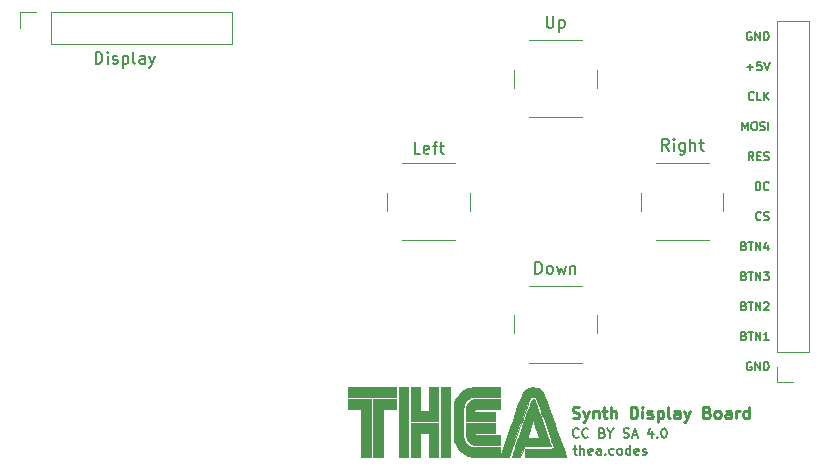
<source format=gto>
G04 #@! TF.GenerationSoftware,KiCad,Pcbnew,(5.0.0)*
G04 #@! TF.CreationDate,2019-01-21T00:51:31-08:00*
G04 #@! TF.ProjectId,Display,446973706C61792E6B696361645F7063,rev?*
G04 #@! TF.SameCoordinates,Original*
G04 #@! TF.FileFunction,Legend,Top*
G04 #@! TF.FilePolarity,Positive*
%FSLAX46Y46*%
G04 Gerber Fmt 4.6, Leading zero omitted, Abs format (unit mm)*
G04 Created by KiCad (PCBNEW (5.0.0)) date 01/21/19 00:51:31*
%MOMM*%
%LPD*%
G01*
G04 APERTURE LIST*
%ADD10C,0.200000*%
%ADD11C,0.250000*%
%ADD12C,0.175000*%
%ADD13C,0.120000*%
%ADD14C,0.010000*%
%ADD15C,0.150000*%
G04 APERTURE END LIST*
D10*
X173298285Y-126777714D02*
X173260190Y-126815809D01*
X173145904Y-126853904D01*
X173069714Y-126853904D01*
X172955428Y-126815809D01*
X172879238Y-126739619D01*
X172841142Y-126663428D01*
X172803047Y-126511047D01*
X172803047Y-126396761D01*
X172841142Y-126244380D01*
X172879238Y-126168190D01*
X172955428Y-126092000D01*
X173069714Y-126053904D01*
X173145904Y-126053904D01*
X173260190Y-126092000D01*
X173298285Y-126130095D01*
X174098285Y-126777714D02*
X174060190Y-126815809D01*
X173945904Y-126853904D01*
X173869714Y-126853904D01*
X173755428Y-126815809D01*
X173679238Y-126739619D01*
X173641142Y-126663428D01*
X173603047Y-126511047D01*
X173603047Y-126396761D01*
X173641142Y-126244380D01*
X173679238Y-126168190D01*
X173755428Y-126092000D01*
X173869714Y-126053904D01*
X173945904Y-126053904D01*
X174060190Y-126092000D01*
X174098285Y-126130095D01*
X175317333Y-126434857D02*
X175431619Y-126472952D01*
X175469714Y-126511047D01*
X175507809Y-126587238D01*
X175507809Y-126701523D01*
X175469714Y-126777714D01*
X175431619Y-126815809D01*
X175355428Y-126853904D01*
X175050666Y-126853904D01*
X175050666Y-126053904D01*
X175317333Y-126053904D01*
X175393523Y-126092000D01*
X175431619Y-126130095D01*
X175469714Y-126206285D01*
X175469714Y-126282476D01*
X175431619Y-126358666D01*
X175393523Y-126396761D01*
X175317333Y-126434857D01*
X175050666Y-126434857D01*
X176003047Y-126472952D02*
X176003047Y-126853904D01*
X175736380Y-126053904D02*
X176003047Y-126472952D01*
X176269714Y-126053904D01*
X177107809Y-126815809D02*
X177222095Y-126853904D01*
X177412571Y-126853904D01*
X177488761Y-126815809D01*
X177526857Y-126777714D01*
X177564952Y-126701523D01*
X177564952Y-126625333D01*
X177526857Y-126549142D01*
X177488761Y-126511047D01*
X177412571Y-126472952D01*
X177260190Y-126434857D01*
X177184000Y-126396761D01*
X177145904Y-126358666D01*
X177107809Y-126282476D01*
X177107809Y-126206285D01*
X177145904Y-126130095D01*
X177184000Y-126092000D01*
X177260190Y-126053904D01*
X177450666Y-126053904D01*
X177564952Y-126092000D01*
X177869714Y-126625333D02*
X178250666Y-126625333D01*
X177793523Y-126853904D02*
X178060190Y-126053904D01*
X178326857Y-126853904D01*
X179545904Y-126320571D02*
X179545904Y-126853904D01*
X179355428Y-126015809D02*
X179164952Y-126587238D01*
X179660190Y-126587238D01*
X179964952Y-126777714D02*
X180003047Y-126815809D01*
X179964952Y-126853904D01*
X179926857Y-126815809D01*
X179964952Y-126777714D01*
X179964952Y-126853904D01*
X180498285Y-126053904D02*
X180574476Y-126053904D01*
X180650666Y-126092000D01*
X180688761Y-126130095D01*
X180726857Y-126206285D01*
X180764952Y-126358666D01*
X180764952Y-126549142D01*
X180726857Y-126701523D01*
X180688761Y-126777714D01*
X180650666Y-126815809D01*
X180574476Y-126853904D01*
X180498285Y-126853904D01*
X180422095Y-126815809D01*
X180384000Y-126777714D01*
X180345904Y-126701523D01*
X180307809Y-126549142D01*
X180307809Y-126358666D01*
X180345904Y-126206285D01*
X180384000Y-126130095D01*
X180422095Y-126092000D01*
X180498285Y-126053904D01*
X172851523Y-127781071D02*
X173156285Y-127781071D01*
X172965809Y-127514404D02*
X172965809Y-128200119D01*
X173003904Y-128276309D01*
X173080095Y-128314404D01*
X173156285Y-128314404D01*
X173422952Y-128314404D02*
X173422952Y-127514404D01*
X173765809Y-128314404D02*
X173765809Y-127895357D01*
X173727714Y-127819166D01*
X173651523Y-127781071D01*
X173537238Y-127781071D01*
X173461047Y-127819166D01*
X173422952Y-127857261D01*
X174451523Y-128276309D02*
X174375333Y-128314404D01*
X174222952Y-128314404D01*
X174146761Y-128276309D01*
X174108666Y-128200119D01*
X174108666Y-127895357D01*
X174146761Y-127819166D01*
X174222952Y-127781071D01*
X174375333Y-127781071D01*
X174451523Y-127819166D01*
X174489619Y-127895357D01*
X174489619Y-127971547D01*
X174108666Y-128047738D01*
X175175333Y-128314404D02*
X175175333Y-127895357D01*
X175137238Y-127819166D01*
X175061047Y-127781071D01*
X174908666Y-127781071D01*
X174832476Y-127819166D01*
X175175333Y-128276309D02*
X175099142Y-128314404D01*
X174908666Y-128314404D01*
X174832476Y-128276309D01*
X174794381Y-128200119D01*
X174794381Y-128123928D01*
X174832476Y-128047738D01*
X174908666Y-128009642D01*
X175099142Y-128009642D01*
X175175333Y-127971547D01*
X175556285Y-128238214D02*
X175594381Y-128276309D01*
X175556285Y-128314404D01*
X175518190Y-128276309D01*
X175556285Y-128238214D01*
X175556285Y-128314404D01*
X176280095Y-128276309D02*
X176203904Y-128314404D01*
X176051523Y-128314404D01*
X175975333Y-128276309D01*
X175937238Y-128238214D01*
X175899142Y-128162023D01*
X175899142Y-127933452D01*
X175937238Y-127857261D01*
X175975333Y-127819166D01*
X176051523Y-127781071D01*
X176203904Y-127781071D01*
X176280095Y-127819166D01*
X176737238Y-128314404D02*
X176661047Y-128276309D01*
X176622952Y-128238214D01*
X176584857Y-128162023D01*
X176584857Y-127933452D01*
X176622952Y-127857261D01*
X176661047Y-127819166D01*
X176737238Y-127781071D01*
X176851523Y-127781071D01*
X176927714Y-127819166D01*
X176965809Y-127857261D01*
X177003904Y-127933452D01*
X177003904Y-128162023D01*
X176965809Y-128238214D01*
X176927714Y-128276309D01*
X176851523Y-128314404D01*
X176737238Y-128314404D01*
X177689619Y-128314404D02*
X177689619Y-127514404D01*
X177689619Y-128276309D02*
X177613428Y-128314404D01*
X177461047Y-128314404D01*
X177384857Y-128276309D01*
X177346761Y-128238214D01*
X177308666Y-128162023D01*
X177308666Y-127933452D01*
X177346761Y-127857261D01*
X177384857Y-127819166D01*
X177461047Y-127781071D01*
X177613428Y-127781071D01*
X177689619Y-127819166D01*
X178375333Y-128276309D02*
X178299142Y-128314404D01*
X178146761Y-128314404D01*
X178070571Y-128276309D01*
X178032476Y-128200119D01*
X178032476Y-127895357D01*
X178070571Y-127819166D01*
X178146761Y-127781071D01*
X178299142Y-127781071D01*
X178375333Y-127819166D01*
X178413428Y-127895357D01*
X178413428Y-127971547D01*
X178032476Y-128047738D01*
X178718190Y-128276309D02*
X178794381Y-128314404D01*
X178946761Y-128314404D01*
X179022952Y-128276309D01*
X179061047Y-128200119D01*
X179061047Y-128162023D01*
X179022952Y-128085833D01*
X178946761Y-128047738D01*
X178832476Y-128047738D01*
X178756285Y-128009642D01*
X178718190Y-127933452D01*
X178718190Y-127895357D01*
X178756285Y-127819166D01*
X178832476Y-127781071D01*
X178946761Y-127781071D01*
X179022952Y-127819166D01*
D11*
X172800309Y-125182261D02*
X172943166Y-125229880D01*
X173181261Y-125229880D01*
X173276500Y-125182261D01*
X173324119Y-125134642D01*
X173371738Y-125039404D01*
X173371738Y-124944166D01*
X173324119Y-124848928D01*
X173276500Y-124801309D01*
X173181261Y-124753690D01*
X172990785Y-124706071D01*
X172895547Y-124658452D01*
X172847928Y-124610833D01*
X172800309Y-124515595D01*
X172800309Y-124420357D01*
X172847928Y-124325119D01*
X172895547Y-124277500D01*
X172990785Y-124229880D01*
X173228880Y-124229880D01*
X173371738Y-124277500D01*
X173705071Y-124563214D02*
X173943166Y-125229880D01*
X174181261Y-124563214D02*
X173943166Y-125229880D01*
X173847928Y-125467976D01*
X173800309Y-125515595D01*
X173705071Y-125563214D01*
X174562214Y-124563214D02*
X174562214Y-125229880D01*
X174562214Y-124658452D02*
X174609833Y-124610833D01*
X174705071Y-124563214D01*
X174847928Y-124563214D01*
X174943166Y-124610833D01*
X174990785Y-124706071D01*
X174990785Y-125229880D01*
X175324119Y-124563214D02*
X175705071Y-124563214D01*
X175466976Y-124229880D02*
X175466976Y-125087023D01*
X175514595Y-125182261D01*
X175609833Y-125229880D01*
X175705071Y-125229880D01*
X176038404Y-125229880D02*
X176038404Y-124229880D01*
X176466976Y-125229880D02*
X176466976Y-124706071D01*
X176419357Y-124610833D01*
X176324119Y-124563214D01*
X176181261Y-124563214D01*
X176086023Y-124610833D01*
X176038404Y-124658452D01*
X177705071Y-125229880D02*
X177705071Y-124229880D01*
X177943166Y-124229880D01*
X178086023Y-124277500D01*
X178181261Y-124372738D01*
X178228880Y-124467976D01*
X178276500Y-124658452D01*
X178276500Y-124801309D01*
X178228880Y-124991785D01*
X178181261Y-125087023D01*
X178086023Y-125182261D01*
X177943166Y-125229880D01*
X177705071Y-125229880D01*
X178705071Y-125229880D02*
X178705071Y-124563214D01*
X178705071Y-124229880D02*
X178657452Y-124277500D01*
X178705071Y-124325119D01*
X178752690Y-124277500D01*
X178705071Y-124229880D01*
X178705071Y-124325119D01*
X179133642Y-125182261D02*
X179228880Y-125229880D01*
X179419357Y-125229880D01*
X179514595Y-125182261D01*
X179562214Y-125087023D01*
X179562214Y-125039404D01*
X179514595Y-124944166D01*
X179419357Y-124896547D01*
X179276500Y-124896547D01*
X179181261Y-124848928D01*
X179133642Y-124753690D01*
X179133642Y-124706071D01*
X179181261Y-124610833D01*
X179276500Y-124563214D01*
X179419357Y-124563214D01*
X179514595Y-124610833D01*
X179990785Y-124563214D02*
X179990785Y-125563214D01*
X179990785Y-124610833D02*
X180086023Y-124563214D01*
X180276500Y-124563214D01*
X180371738Y-124610833D01*
X180419357Y-124658452D01*
X180466976Y-124753690D01*
X180466976Y-125039404D01*
X180419357Y-125134642D01*
X180371738Y-125182261D01*
X180276500Y-125229880D01*
X180086023Y-125229880D01*
X179990785Y-125182261D01*
X181038404Y-125229880D02*
X180943166Y-125182261D01*
X180895547Y-125087023D01*
X180895547Y-124229880D01*
X181847928Y-125229880D02*
X181847928Y-124706071D01*
X181800309Y-124610833D01*
X181705071Y-124563214D01*
X181514595Y-124563214D01*
X181419357Y-124610833D01*
X181847928Y-125182261D02*
X181752690Y-125229880D01*
X181514595Y-125229880D01*
X181419357Y-125182261D01*
X181371738Y-125087023D01*
X181371738Y-124991785D01*
X181419357Y-124896547D01*
X181514595Y-124848928D01*
X181752690Y-124848928D01*
X181847928Y-124801309D01*
X182228880Y-124563214D02*
X182466976Y-125229880D01*
X182705071Y-124563214D02*
X182466976Y-125229880D01*
X182371738Y-125467976D01*
X182324119Y-125515595D01*
X182228880Y-125563214D01*
X184181261Y-124706071D02*
X184324119Y-124753690D01*
X184371738Y-124801309D01*
X184419357Y-124896547D01*
X184419357Y-125039404D01*
X184371738Y-125134642D01*
X184324119Y-125182261D01*
X184228880Y-125229880D01*
X183847928Y-125229880D01*
X183847928Y-124229880D01*
X184181261Y-124229880D01*
X184276500Y-124277500D01*
X184324119Y-124325119D01*
X184371738Y-124420357D01*
X184371738Y-124515595D01*
X184324119Y-124610833D01*
X184276500Y-124658452D01*
X184181261Y-124706071D01*
X183847928Y-124706071D01*
X184990785Y-125229880D02*
X184895547Y-125182261D01*
X184847928Y-125134642D01*
X184800309Y-125039404D01*
X184800309Y-124753690D01*
X184847928Y-124658452D01*
X184895547Y-124610833D01*
X184990785Y-124563214D01*
X185133642Y-124563214D01*
X185228880Y-124610833D01*
X185276500Y-124658452D01*
X185324119Y-124753690D01*
X185324119Y-125039404D01*
X185276500Y-125134642D01*
X185228880Y-125182261D01*
X185133642Y-125229880D01*
X184990785Y-125229880D01*
X186181261Y-125229880D02*
X186181261Y-124706071D01*
X186133642Y-124610833D01*
X186038404Y-124563214D01*
X185847928Y-124563214D01*
X185752690Y-124610833D01*
X186181261Y-125182261D02*
X186086023Y-125229880D01*
X185847928Y-125229880D01*
X185752690Y-125182261D01*
X185705071Y-125087023D01*
X185705071Y-124991785D01*
X185752690Y-124896547D01*
X185847928Y-124848928D01*
X186086023Y-124848928D01*
X186181261Y-124801309D01*
X186657452Y-125229880D02*
X186657452Y-124563214D01*
X186657452Y-124753690D02*
X186705071Y-124658452D01*
X186752690Y-124610833D01*
X186847928Y-124563214D01*
X186943166Y-124563214D01*
X187705071Y-125229880D02*
X187705071Y-124229880D01*
X187705071Y-125182261D02*
X187609833Y-125229880D01*
X187419357Y-125229880D01*
X187324119Y-125182261D01*
X187276500Y-125134642D01*
X187228880Y-125039404D01*
X187228880Y-124753690D01*
X187276500Y-124658452D01*
X187324119Y-124610833D01*
X187419357Y-124563214D01*
X187609833Y-124563214D01*
X187705071Y-124610833D01*
D12*
X187934666Y-120490500D02*
X187868000Y-120457166D01*
X187768000Y-120457166D01*
X187668000Y-120490500D01*
X187601333Y-120557166D01*
X187568000Y-120623833D01*
X187534666Y-120757166D01*
X187534666Y-120857166D01*
X187568000Y-120990500D01*
X187601333Y-121057166D01*
X187668000Y-121123833D01*
X187768000Y-121157166D01*
X187834666Y-121157166D01*
X187934666Y-121123833D01*
X187968000Y-121090500D01*
X187968000Y-120857166D01*
X187834666Y-120857166D01*
X188268000Y-121157166D02*
X188268000Y-120457166D01*
X188668000Y-121157166D01*
X188668000Y-120457166D01*
X189001333Y-121157166D02*
X189001333Y-120457166D01*
X189168000Y-120457166D01*
X189268000Y-120490500D01*
X189334666Y-120557166D01*
X189368000Y-120623833D01*
X189401333Y-120757166D01*
X189401333Y-120857166D01*
X189368000Y-120990500D01*
X189334666Y-121057166D01*
X189268000Y-121123833D01*
X189168000Y-121157166D01*
X189001333Y-121157166D01*
X187301333Y-118250500D02*
X187401333Y-118283833D01*
X187434666Y-118317166D01*
X187468000Y-118383833D01*
X187468000Y-118483833D01*
X187434666Y-118550500D01*
X187401333Y-118583833D01*
X187334666Y-118617166D01*
X187068000Y-118617166D01*
X187068000Y-117917166D01*
X187301333Y-117917166D01*
X187368000Y-117950500D01*
X187401333Y-117983833D01*
X187434666Y-118050500D01*
X187434666Y-118117166D01*
X187401333Y-118183833D01*
X187368000Y-118217166D01*
X187301333Y-118250500D01*
X187068000Y-118250500D01*
X187668000Y-117917166D02*
X188068000Y-117917166D01*
X187868000Y-118617166D02*
X187868000Y-117917166D01*
X188301333Y-118617166D02*
X188301333Y-117917166D01*
X188701333Y-118617166D01*
X188701333Y-117917166D01*
X189401333Y-118617166D02*
X189001333Y-118617166D01*
X189201333Y-118617166D02*
X189201333Y-117917166D01*
X189134666Y-118017166D01*
X189068000Y-118083833D01*
X189001333Y-118117166D01*
X187301333Y-115710500D02*
X187401333Y-115743833D01*
X187434666Y-115777166D01*
X187468000Y-115843833D01*
X187468000Y-115943833D01*
X187434666Y-116010500D01*
X187401333Y-116043833D01*
X187334666Y-116077166D01*
X187068000Y-116077166D01*
X187068000Y-115377166D01*
X187301333Y-115377166D01*
X187368000Y-115410500D01*
X187401333Y-115443833D01*
X187434666Y-115510500D01*
X187434666Y-115577166D01*
X187401333Y-115643833D01*
X187368000Y-115677166D01*
X187301333Y-115710500D01*
X187068000Y-115710500D01*
X187668000Y-115377166D02*
X188068000Y-115377166D01*
X187868000Y-116077166D02*
X187868000Y-115377166D01*
X188301333Y-116077166D02*
X188301333Y-115377166D01*
X188701333Y-116077166D01*
X188701333Y-115377166D01*
X189001333Y-115443833D02*
X189034666Y-115410500D01*
X189101333Y-115377166D01*
X189268000Y-115377166D01*
X189334666Y-115410500D01*
X189368000Y-115443833D01*
X189401333Y-115510500D01*
X189401333Y-115577166D01*
X189368000Y-115677166D01*
X188968000Y-116077166D01*
X189401333Y-116077166D01*
X187301333Y-113170500D02*
X187401333Y-113203833D01*
X187434666Y-113237166D01*
X187468000Y-113303833D01*
X187468000Y-113403833D01*
X187434666Y-113470500D01*
X187401333Y-113503833D01*
X187334666Y-113537166D01*
X187068000Y-113537166D01*
X187068000Y-112837166D01*
X187301333Y-112837166D01*
X187368000Y-112870500D01*
X187401333Y-112903833D01*
X187434666Y-112970500D01*
X187434666Y-113037166D01*
X187401333Y-113103833D01*
X187368000Y-113137166D01*
X187301333Y-113170500D01*
X187068000Y-113170500D01*
X187668000Y-112837166D02*
X188068000Y-112837166D01*
X187868000Y-113537166D02*
X187868000Y-112837166D01*
X188301333Y-113537166D02*
X188301333Y-112837166D01*
X188701333Y-113537166D01*
X188701333Y-112837166D01*
X188968000Y-112837166D02*
X189401333Y-112837166D01*
X189168000Y-113103833D01*
X189268000Y-113103833D01*
X189334666Y-113137166D01*
X189368000Y-113170500D01*
X189401333Y-113237166D01*
X189401333Y-113403833D01*
X189368000Y-113470500D01*
X189334666Y-113503833D01*
X189268000Y-113537166D01*
X189068000Y-113537166D01*
X189001333Y-113503833D01*
X188968000Y-113470500D01*
X187301333Y-110630500D02*
X187401333Y-110663833D01*
X187434666Y-110697166D01*
X187468000Y-110763833D01*
X187468000Y-110863833D01*
X187434666Y-110930500D01*
X187401333Y-110963833D01*
X187334666Y-110997166D01*
X187068000Y-110997166D01*
X187068000Y-110297166D01*
X187301333Y-110297166D01*
X187368000Y-110330500D01*
X187401333Y-110363833D01*
X187434666Y-110430500D01*
X187434666Y-110497166D01*
X187401333Y-110563833D01*
X187368000Y-110597166D01*
X187301333Y-110630500D01*
X187068000Y-110630500D01*
X187668000Y-110297166D02*
X188068000Y-110297166D01*
X187868000Y-110997166D02*
X187868000Y-110297166D01*
X188301333Y-110997166D02*
X188301333Y-110297166D01*
X188701333Y-110997166D01*
X188701333Y-110297166D01*
X189334666Y-110530500D02*
X189334666Y-110997166D01*
X189168000Y-110263833D02*
X189001333Y-110763833D01*
X189434666Y-110763833D01*
X188734666Y-108390500D02*
X188701333Y-108423833D01*
X188601333Y-108457166D01*
X188534666Y-108457166D01*
X188434666Y-108423833D01*
X188367999Y-108357166D01*
X188334666Y-108290500D01*
X188301333Y-108157166D01*
X188301333Y-108057166D01*
X188334666Y-107923833D01*
X188367999Y-107857166D01*
X188434666Y-107790500D01*
X188534666Y-107757166D01*
X188601333Y-107757166D01*
X188701333Y-107790500D01*
X188734666Y-107823833D01*
X189001333Y-108423833D02*
X189101333Y-108457166D01*
X189267999Y-108457166D01*
X189334666Y-108423833D01*
X189367999Y-108390500D01*
X189401333Y-108323833D01*
X189401333Y-108257166D01*
X189367999Y-108190500D01*
X189334666Y-108157166D01*
X189267999Y-108123833D01*
X189134666Y-108090500D01*
X189067999Y-108057166D01*
X189034666Y-108023833D01*
X189001333Y-107957166D01*
X189001333Y-107890500D01*
X189034666Y-107823833D01*
X189067999Y-107790500D01*
X189134666Y-107757166D01*
X189301333Y-107757166D01*
X189401333Y-107790500D01*
X188301333Y-105917166D02*
X188301333Y-105217166D01*
X188468000Y-105217166D01*
X188568000Y-105250500D01*
X188634667Y-105317166D01*
X188668000Y-105383833D01*
X188701333Y-105517166D01*
X188701333Y-105617166D01*
X188668000Y-105750500D01*
X188634667Y-105817166D01*
X188568000Y-105883833D01*
X188468000Y-105917166D01*
X188301333Y-105917166D01*
X189401333Y-105850500D02*
X189368000Y-105883833D01*
X189268000Y-105917166D01*
X189201333Y-105917166D01*
X189101333Y-105883833D01*
X189034667Y-105817166D01*
X189001333Y-105750500D01*
X188968000Y-105617166D01*
X188968000Y-105517166D01*
X189001333Y-105383833D01*
X189034667Y-105317166D01*
X189101333Y-105250500D01*
X189201333Y-105217166D01*
X189268000Y-105217166D01*
X189368000Y-105250500D01*
X189401333Y-105283833D01*
X188101333Y-103377166D02*
X187868000Y-103043833D01*
X187701333Y-103377166D02*
X187701333Y-102677166D01*
X187968000Y-102677166D01*
X188034667Y-102710500D01*
X188068000Y-102743833D01*
X188101333Y-102810500D01*
X188101333Y-102910500D01*
X188068000Y-102977166D01*
X188034667Y-103010500D01*
X187968000Y-103043833D01*
X187701333Y-103043833D01*
X188401333Y-103010500D02*
X188634667Y-103010500D01*
X188734667Y-103377166D02*
X188401333Y-103377166D01*
X188401333Y-102677166D01*
X188734667Y-102677166D01*
X189001333Y-103343833D02*
X189101333Y-103377166D01*
X189268000Y-103377166D01*
X189334667Y-103343833D01*
X189368000Y-103310500D01*
X189401333Y-103243833D01*
X189401333Y-103177166D01*
X189368000Y-103110500D01*
X189334667Y-103077166D01*
X189268000Y-103043833D01*
X189134667Y-103010500D01*
X189068000Y-102977166D01*
X189034667Y-102943833D01*
X189001333Y-102877166D01*
X189001333Y-102810500D01*
X189034667Y-102743833D01*
X189068000Y-102710500D01*
X189134667Y-102677166D01*
X189301333Y-102677166D01*
X189401333Y-102710500D01*
X187168000Y-100837166D02*
X187168000Y-100137166D01*
X187401333Y-100637166D01*
X187634666Y-100137166D01*
X187634666Y-100837166D01*
X188101333Y-100137166D02*
X188234666Y-100137166D01*
X188301333Y-100170500D01*
X188368000Y-100237166D01*
X188401333Y-100370500D01*
X188401333Y-100603833D01*
X188368000Y-100737166D01*
X188301333Y-100803833D01*
X188234666Y-100837166D01*
X188101333Y-100837166D01*
X188034666Y-100803833D01*
X187968000Y-100737166D01*
X187934666Y-100603833D01*
X187934666Y-100370500D01*
X187968000Y-100237166D01*
X188034666Y-100170500D01*
X188101333Y-100137166D01*
X188668000Y-100803833D02*
X188768000Y-100837166D01*
X188934666Y-100837166D01*
X189001333Y-100803833D01*
X189034666Y-100770500D01*
X189068000Y-100703833D01*
X189068000Y-100637166D01*
X189034666Y-100570500D01*
X189001333Y-100537166D01*
X188934666Y-100503833D01*
X188801333Y-100470500D01*
X188734666Y-100437166D01*
X188701333Y-100403833D01*
X188668000Y-100337166D01*
X188668000Y-100270500D01*
X188701333Y-100203833D01*
X188734666Y-100170500D01*
X188801333Y-100137166D01*
X188968000Y-100137166D01*
X189068000Y-100170500D01*
X189368000Y-100837166D02*
X189368000Y-100137166D01*
X188134666Y-98230500D02*
X188101333Y-98263833D01*
X188001333Y-98297166D01*
X187934666Y-98297166D01*
X187834666Y-98263833D01*
X187767999Y-98197166D01*
X187734666Y-98130500D01*
X187701333Y-97997166D01*
X187701333Y-97897166D01*
X187734666Y-97763833D01*
X187767999Y-97697166D01*
X187834666Y-97630500D01*
X187934666Y-97597166D01*
X188001333Y-97597166D01*
X188101333Y-97630500D01*
X188134666Y-97663833D01*
X188767999Y-98297166D02*
X188434666Y-98297166D01*
X188434666Y-97597166D01*
X189001333Y-98297166D02*
X189001333Y-97597166D01*
X189401333Y-98297166D02*
X189101333Y-97897166D01*
X189401333Y-97597166D02*
X189001333Y-97997166D01*
X187568000Y-95490500D02*
X188101333Y-95490500D01*
X187834666Y-95757166D02*
X187834666Y-95223833D01*
X188768000Y-95057166D02*
X188434666Y-95057166D01*
X188401333Y-95390500D01*
X188434666Y-95357166D01*
X188501333Y-95323833D01*
X188668000Y-95323833D01*
X188734666Y-95357166D01*
X188768000Y-95390500D01*
X188801333Y-95457166D01*
X188801333Y-95623833D01*
X188768000Y-95690500D01*
X188734666Y-95723833D01*
X188668000Y-95757166D01*
X188501333Y-95757166D01*
X188434666Y-95723833D01*
X188401333Y-95690500D01*
X189001333Y-95057166D02*
X189234666Y-95757166D01*
X189468000Y-95057166D01*
X187934666Y-92550500D02*
X187868000Y-92517166D01*
X187768000Y-92517166D01*
X187668000Y-92550500D01*
X187601333Y-92617166D01*
X187568000Y-92683833D01*
X187534666Y-92817166D01*
X187534666Y-92917166D01*
X187568000Y-93050500D01*
X187601333Y-93117166D01*
X187668000Y-93183833D01*
X187768000Y-93217166D01*
X187834666Y-93217166D01*
X187934666Y-93183833D01*
X187968000Y-93150500D01*
X187968000Y-92917166D01*
X187834666Y-92917166D01*
X188268000Y-93217166D02*
X188268000Y-92517166D01*
X188668000Y-93217166D01*
X188668000Y-92517166D01*
X189001333Y-93217166D02*
X189001333Y-92517166D01*
X189168000Y-92517166D01*
X189268000Y-92550500D01*
X189334666Y-92617166D01*
X189368000Y-92683833D01*
X189401333Y-92817166D01*
X189401333Y-92917166D01*
X189368000Y-93050500D01*
X189334666Y-93117166D01*
X189268000Y-93183833D01*
X189168000Y-93217166D01*
X189001333Y-93217166D01*
D13*
G04 #@! TO.C,J1*
X192782500Y-119574500D02*
X190122500Y-119574500D01*
X192782500Y-119574500D02*
X192782500Y-91574500D01*
X192782500Y-91574500D02*
X190122500Y-91574500D01*
X190122500Y-119574500D02*
X190122500Y-91574500D01*
X190122500Y-122174500D02*
X190122500Y-120844500D01*
X191452500Y-122174500D02*
X190122500Y-122174500D01*
G04 #@! TO.C,Up*
X169084500Y-99734000D02*
X173584500Y-99734000D01*
X167834500Y-95734000D02*
X167834500Y-97234000D01*
X173584500Y-93234000D02*
X169084500Y-93234000D01*
X174834500Y-97234000D02*
X174834500Y-95734000D01*
G04 #@! TO.C,Right*
X179816000Y-110144500D02*
X184316000Y-110144500D01*
X178566000Y-106144500D02*
X178566000Y-107644500D01*
X184316000Y-103644500D02*
X179816000Y-103644500D01*
X185566000Y-107644500D02*
X185566000Y-106144500D01*
G04 #@! TO.C,Down*
X174834500Y-117998500D02*
X174834500Y-116498500D01*
X173584500Y-113998500D02*
X169084500Y-113998500D01*
X167834500Y-116498500D02*
X167834500Y-117998500D01*
X169084500Y-120498500D02*
X173584500Y-120498500D01*
G04 #@! TO.C,Left*
X164103000Y-107644500D02*
X164103000Y-106144500D01*
X162853000Y-103644500D02*
X158353000Y-103644500D01*
X157103000Y-106144500D02*
X157103000Y-107644500D01*
X158353000Y-110144500D02*
X162853000Y-110144500D01*
G04 #@! TO.C,Display*
X128646874Y-93491063D02*
X128646874Y-90831063D01*
X128646874Y-93491063D02*
X143946874Y-93491063D01*
X143946874Y-93491063D02*
X143946874Y-90831063D01*
X128646874Y-90831063D02*
X143946874Y-90831063D01*
X126046874Y-90831063D02*
X127376874Y-90831063D01*
X126046874Y-92161063D02*
X126046874Y-90831063D01*
D14*
G04 #@! TO.C,G\002A\002A\002A*
G36*
X157861000Y-123401666D02*
X153754666Y-123401666D01*
X153754666Y-122597333D01*
X157861000Y-122597333D01*
X157861000Y-123401666D01*
X157861000Y-123401666D01*
G37*
X157861000Y-123401666D02*
X153754666Y-123401666D01*
X153754666Y-122597333D01*
X157861000Y-122597333D01*
X157861000Y-123401666D01*
G36*
X159914166Y-124629333D02*
X160633833Y-124629333D01*
X160633833Y-122597333D01*
X161438166Y-122597333D01*
X161438166Y-125412500D01*
X159109833Y-125412500D01*
X159109833Y-122597333D01*
X159914166Y-122597333D01*
X159914166Y-124629333D01*
X159914166Y-124629333D01*
G37*
X159914166Y-124629333D02*
X160633833Y-124629333D01*
X160633833Y-122597333D01*
X161438166Y-122597333D01*
X161438166Y-125412500D01*
X159109833Y-125412500D01*
X159109833Y-122597333D01*
X159914166Y-122597333D01*
X159914166Y-124629333D01*
G36*
X166682677Y-124009517D02*
X166676916Y-124407083D01*
X165620029Y-124412574D01*
X165372064Y-124413819D01*
X165163100Y-124415070D01*
X164989807Y-124416785D01*
X164848854Y-124419426D01*
X164736912Y-124423451D01*
X164650649Y-124429320D01*
X164586737Y-124437494D01*
X164541844Y-124448432D01*
X164512641Y-124462593D01*
X164495798Y-124480438D01*
X164487983Y-124502426D01*
X164485869Y-124529017D01*
X164486123Y-124560671D01*
X164486166Y-124569113D01*
X164486166Y-124650500D01*
X166221833Y-124650500D01*
X166221833Y-125433666D01*
X163745333Y-125433666D01*
X163745493Y-124962708D01*
X163746638Y-124766054D01*
X163750491Y-124605316D01*
X163757899Y-124474116D01*
X163769712Y-124366077D01*
X163786776Y-124274823D01*
X163809939Y-124193976D01*
X163840050Y-124117159D01*
X163865008Y-124063806D01*
X163963435Y-123905463D01*
X164087547Y-123780007D01*
X164239961Y-123684828D01*
X164249626Y-123680228D01*
X164369750Y-123623916D01*
X165529094Y-123617934D01*
X166688439Y-123611952D01*
X166682677Y-124009517D01*
X166682677Y-124009517D01*
G37*
X166682677Y-124009517D02*
X166676916Y-124407083D01*
X165620029Y-124412574D01*
X165372064Y-124413819D01*
X165163100Y-124415070D01*
X164989807Y-124416785D01*
X164848854Y-124419426D01*
X164736912Y-124423451D01*
X164650649Y-124429320D01*
X164586737Y-124437494D01*
X164541844Y-124448432D01*
X164512641Y-124462593D01*
X164495798Y-124480438D01*
X164487983Y-124502426D01*
X164485869Y-124529017D01*
X164486123Y-124560671D01*
X164486166Y-124569113D01*
X164486166Y-124650500D01*
X166221833Y-124650500D01*
X166221833Y-125433666D01*
X163745333Y-125433666D01*
X163745493Y-124962708D01*
X163746638Y-124766054D01*
X163750491Y-124605316D01*
X163757899Y-124474116D01*
X163769712Y-124366077D01*
X163786776Y-124274823D01*
X163809939Y-124193976D01*
X163840050Y-124117159D01*
X163865008Y-124063806D01*
X163963435Y-123905463D01*
X164087547Y-123780007D01*
X164239961Y-123684828D01*
X164249626Y-123680228D01*
X164369750Y-123623916D01*
X165529094Y-123617934D01*
X166688439Y-123611952D01*
X166682677Y-124009517D01*
G36*
X166221833Y-126428500D02*
X164486166Y-126428500D01*
X164486166Y-126509886D01*
X164485839Y-126542829D01*
X164487078Y-126570599D01*
X164493213Y-126593655D01*
X164507575Y-126612457D01*
X164533493Y-126627465D01*
X164574297Y-126639138D01*
X164633318Y-126647936D01*
X164713887Y-126654319D01*
X164819332Y-126658747D01*
X164952984Y-126661679D01*
X165118174Y-126663576D01*
X165318232Y-126664896D01*
X165556487Y-126666100D01*
X165620029Y-126666425D01*
X166676916Y-126671916D01*
X166688434Y-127465666D01*
X165560842Y-127464250D01*
X165296610Y-127463680D01*
X165071721Y-127462639D01*
X164883183Y-127461053D01*
X164728007Y-127458852D01*
X164603203Y-127455963D01*
X164505782Y-127452314D01*
X164432753Y-127447833D01*
X164381128Y-127442449D01*
X164347915Y-127436089D01*
X164344054Y-127434959D01*
X164178198Y-127362573D01*
X164037787Y-127256742D01*
X163922061Y-127116785D01*
X163854645Y-126996705D01*
X163821955Y-126921323D01*
X163796264Y-126843754D01*
X163776799Y-126757755D01*
X163762786Y-126657080D01*
X163753450Y-126535484D01*
X163748018Y-126386725D01*
X163745714Y-126204556D01*
X163745493Y-126116291D01*
X163745333Y-125645333D01*
X166221833Y-125645333D01*
X166221833Y-126428500D01*
X166221833Y-126428500D01*
G37*
X166221833Y-126428500D02*
X164486166Y-126428500D01*
X164486166Y-126509886D01*
X164485839Y-126542829D01*
X164487078Y-126570599D01*
X164493213Y-126593655D01*
X164507575Y-126612457D01*
X164533493Y-126627465D01*
X164574297Y-126639138D01*
X164633318Y-126647936D01*
X164713887Y-126654319D01*
X164819332Y-126658747D01*
X164952984Y-126661679D01*
X165118174Y-126663576D01*
X165318232Y-126664896D01*
X165556487Y-126666100D01*
X165620029Y-126666425D01*
X166676916Y-126671916D01*
X166688434Y-127465666D01*
X165560842Y-127464250D01*
X165296610Y-127463680D01*
X165071721Y-127462639D01*
X164883183Y-127461053D01*
X164728007Y-127458852D01*
X164603203Y-127455963D01*
X164505782Y-127452314D01*
X164432753Y-127447833D01*
X164381128Y-127442449D01*
X164347915Y-127436089D01*
X164344054Y-127434959D01*
X164178198Y-127362573D01*
X164037787Y-127256742D01*
X163922061Y-127116785D01*
X163854645Y-126996705D01*
X163821955Y-126921323D01*
X163796264Y-126843754D01*
X163776799Y-126757755D01*
X163762786Y-126657080D01*
X163753450Y-126535484D01*
X163748018Y-126386725D01*
X163745714Y-126204556D01*
X163745493Y-126116291D01*
X163745333Y-125645333D01*
X166221833Y-125645333D01*
X166221833Y-126428500D01*
G36*
X169490294Y-123622709D02*
X169543968Y-123650575D01*
X169556469Y-123669201D01*
X169576846Y-123711918D01*
X169605658Y-123780235D01*
X169643468Y-123875665D01*
X169690834Y-123999719D01*
X169748319Y-124153908D01*
X169816482Y-124339743D01*
X169895884Y-124558736D01*
X169987086Y-124812399D01*
X170090649Y-125102241D01*
X170207133Y-125429776D01*
X170276142Y-125624366D01*
X170373348Y-125898745D01*
X170466458Y-126161640D01*
X170554508Y-126410330D01*
X170636537Y-126642095D01*
X170711583Y-126854213D01*
X170778684Y-127043963D01*
X170836878Y-127208626D01*
X170885202Y-127345479D01*
X170922695Y-127451803D01*
X170948394Y-127524876D01*
X170961338Y-127561977D01*
X170962745Y-127566208D01*
X170942316Y-127567224D01*
X170883481Y-127568176D01*
X170790169Y-127569045D01*
X170666307Y-127569813D01*
X170515822Y-127570459D01*
X170342643Y-127570966D01*
X170150698Y-127571314D01*
X169943913Y-127571485D01*
X169862500Y-127571500D01*
X168761833Y-127571500D01*
X168760162Y-127460375D01*
X168758812Y-127430609D01*
X168754896Y-127415697D01*
X168746988Y-127419014D01*
X168733662Y-127443936D01*
X168713491Y-127493838D01*
X168685050Y-127572096D01*
X168646912Y-127682086D01*
X168597652Y-127827183D01*
X168567898Y-127915458D01*
X168377305Y-128481666D01*
X168019236Y-128481666D01*
X167901460Y-128480693D01*
X167799981Y-128477998D01*
X167721687Y-128473915D01*
X167673467Y-128468779D01*
X167661166Y-128464264D01*
X167667941Y-128442407D01*
X167687698Y-128383016D01*
X167719591Y-128288567D01*
X167762769Y-128161536D01*
X167816387Y-128004399D01*
X167879593Y-127819631D01*
X167951541Y-127609709D01*
X168031383Y-127377109D01*
X168118268Y-127124306D01*
X168211350Y-126853777D01*
X168216789Y-126837983D01*
X168973500Y-126837983D01*
X168993678Y-126841932D01*
X169050266Y-126845442D01*
X169137340Y-126848345D01*
X169248974Y-126850470D01*
X169379247Y-126851649D01*
X169457893Y-126851833D01*
X169942287Y-126851833D01*
X169696018Y-126103162D01*
X169640209Y-125935162D01*
X169588125Y-125781559D01*
X169541283Y-125646591D01*
X169501204Y-125534496D01*
X169469404Y-125449514D01*
X169447402Y-125395883D01*
X169436718Y-125377843D01*
X169436304Y-125378204D01*
X169427147Y-125402961D01*
X169407234Y-125462261D01*
X169378338Y-125550512D01*
X169342231Y-125662124D01*
X169300685Y-125791508D01*
X169255473Y-125933073D01*
X169208366Y-126081228D01*
X169161138Y-126230385D01*
X169115560Y-126374952D01*
X169073405Y-126509339D01*
X169036445Y-126627957D01*
X169006452Y-126725215D01*
X168985198Y-126795523D01*
X168974457Y-126833291D01*
X168973500Y-126837983D01*
X168216789Y-126837983D01*
X168309780Y-126567997D01*
X168412710Y-126269442D01*
X168484916Y-126060169D01*
X168626294Y-125651252D01*
X168755429Y-125279206D01*
X168872206Y-124944359D01*
X168976505Y-124647039D01*
X169068212Y-124387573D01*
X169147207Y-124166291D01*
X169213375Y-123983519D01*
X169266599Y-123839586D01*
X169306760Y-123734820D01*
X169333743Y-123669548D01*
X169347429Y-123644100D01*
X169347458Y-123644078D01*
X169415005Y-123617025D01*
X169490294Y-123622709D01*
X169490294Y-123622709D01*
G37*
X169490294Y-123622709D02*
X169543968Y-123650575D01*
X169556469Y-123669201D01*
X169576846Y-123711918D01*
X169605658Y-123780235D01*
X169643468Y-123875665D01*
X169690834Y-123999719D01*
X169748319Y-124153908D01*
X169816482Y-124339743D01*
X169895884Y-124558736D01*
X169987086Y-124812399D01*
X170090649Y-125102241D01*
X170207133Y-125429776D01*
X170276142Y-125624366D01*
X170373348Y-125898745D01*
X170466458Y-126161640D01*
X170554508Y-126410330D01*
X170636537Y-126642095D01*
X170711583Y-126854213D01*
X170778684Y-127043963D01*
X170836878Y-127208626D01*
X170885202Y-127345479D01*
X170922695Y-127451803D01*
X170948394Y-127524876D01*
X170961338Y-127561977D01*
X170962745Y-127566208D01*
X170942316Y-127567224D01*
X170883481Y-127568176D01*
X170790169Y-127569045D01*
X170666307Y-127569813D01*
X170515822Y-127570459D01*
X170342643Y-127570966D01*
X170150698Y-127571314D01*
X169943913Y-127571485D01*
X169862500Y-127571500D01*
X168761833Y-127571500D01*
X168760162Y-127460375D01*
X168758812Y-127430609D01*
X168754896Y-127415697D01*
X168746988Y-127419014D01*
X168733662Y-127443936D01*
X168713491Y-127493838D01*
X168685050Y-127572096D01*
X168646912Y-127682086D01*
X168597652Y-127827183D01*
X168567898Y-127915458D01*
X168377305Y-128481666D01*
X168019236Y-128481666D01*
X167901460Y-128480693D01*
X167799981Y-128477998D01*
X167721687Y-128473915D01*
X167673467Y-128468779D01*
X167661166Y-128464264D01*
X167667941Y-128442407D01*
X167687698Y-128383016D01*
X167719591Y-128288567D01*
X167762769Y-128161536D01*
X167816387Y-128004399D01*
X167879593Y-127819631D01*
X167951541Y-127609709D01*
X168031383Y-127377109D01*
X168118268Y-127124306D01*
X168211350Y-126853777D01*
X168216789Y-126837983D01*
X168973500Y-126837983D01*
X168993678Y-126841932D01*
X169050266Y-126845442D01*
X169137340Y-126848345D01*
X169248974Y-126850470D01*
X169379247Y-126851649D01*
X169457893Y-126851833D01*
X169942287Y-126851833D01*
X169696018Y-126103162D01*
X169640209Y-125935162D01*
X169588125Y-125781559D01*
X169541283Y-125646591D01*
X169501204Y-125534496D01*
X169469404Y-125449514D01*
X169447402Y-125395883D01*
X169436718Y-125377843D01*
X169436304Y-125378204D01*
X169427147Y-125402961D01*
X169407234Y-125462261D01*
X169378338Y-125550512D01*
X169342231Y-125662124D01*
X169300685Y-125791508D01*
X169255473Y-125933073D01*
X169208366Y-126081228D01*
X169161138Y-126230385D01*
X169115560Y-126374952D01*
X169073405Y-126509339D01*
X169036445Y-126627957D01*
X169006452Y-126725215D01*
X168985198Y-126795523D01*
X168974457Y-126833291D01*
X168973500Y-126837983D01*
X168216789Y-126837983D01*
X168309780Y-126567997D01*
X168412710Y-126269442D01*
X168484916Y-126060169D01*
X168626294Y-125651252D01*
X168755429Y-125279206D01*
X168872206Y-124944359D01*
X168976505Y-124647039D01*
X169068212Y-124387573D01*
X169147207Y-124166291D01*
X169213375Y-123983519D01*
X169266599Y-123839586D01*
X169306760Y-123734820D01*
X169333743Y-123669548D01*
X169347429Y-123644100D01*
X169347458Y-123644078D01*
X169415005Y-123617025D01*
X169490294Y-123622709D01*
G36*
X166676916Y-123391083D02*
X165470416Y-123401728D01*
X165206116Y-123404044D01*
X164980558Y-123406204D01*
X164790154Y-123408562D01*
X164631317Y-123411473D01*
X164500459Y-123415292D01*
X164393992Y-123420375D01*
X164308328Y-123427075D01*
X164239880Y-123435749D01*
X164185058Y-123446752D01*
X164140276Y-123460438D01*
X164101946Y-123477163D01*
X164066480Y-123497281D01*
X164030289Y-123521148D01*
X163991263Y-123548104D01*
X163909031Y-123614116D01*
X163822211Y-123699062D01*
X163742228Y-123790440D01*
X163680502Y-123875752D01*
X163661862Y-123908561D01*
X163638562Y-123954954D01*
X163618559Y-123996672D01*
X163601603Y-124037203D01*
X163587442Y-124080035D01*
X163575826Y-124128655D01*
X163566501Y-124186552D01*
X163559217Y-124257213D01*
X163553723Y-124344126D01*
X163549766Y-124450779D01*
X163547095Y-124580658D01*
X163545459Y-124737254D01*
X163544606Y-124924052D01*
X163544285Y-125144541D01*
X163544244Y-125402209D01*
X163544250Y-125539500D01*
X163544246Y-125816167D01*
X163544402Y-126053989D01*
X163544969Y-126256454D01*
X163546200Y-126427048D01*
X163548344Y-126569261D01*
X163551655Y-126686579D01*
X163556384Y-126782491D01*
X163562781Y-126860484D01*
X163571099Y-126924045D01*
X163581589Y-126976664D01*
X163594502Y-127021827D01*
X163610091Y-127063023D01*
X163628606Y-127103739D01*
X163650299Y-127147463D01*
X163661862Y-127170438D01*
X163711761Y-127249014D01*
X163785012Y-127339231D01*
X163870194Y-127428590D01*
X163955883Y-127504591D01*
X163991263Y-127530895D01*
X164031561Y-127558722D01*
X164067668Y-127582456D01*
X164103173Y-127602454D01*
X164141662Y-127619070D01*
X164186725Y-127632660D01*
X164241947Y-127643578D01*
X164310919Y-127652180D01*
X164397226Y-127658820D01*
X164504458Y-127663854D01*
X164636202Y-127667637D01*
X164796046Y-127670524D01*
X164987577Y-127672869D01*
X165214384Y-127675028D01*
X165470416Y-127677271D01*
X166676916Y-127687916D01*
X166687500Y-127996838D01*
X166698083Y-128305760D01*
X167597484Y-125763755D01*
X167709992Y-125446176D01*
X167819368Y-125138229D01*
X167924703Y-124842430D01*
X168025091Y-124561296D01*
X168119623Y-124297340D01*
X168207393Y-124053079D01*
X168287493Y-123831029D01*
X168359014Y-123633704D01*
X168421051Y-123463621D01*
X168472695Y-123323295D01*
X168513038Y-123215242D01*
X168541174Y-123141977D01*
X168556194Y-123106015D01*
X168556538Y-123105333D01*
X168661965Y-122944306D01*
X168797116Y-122811518D01*
X168958531Y-122708921D01*
X169142749Y-122638469D01*
X169346309Y-122602115D01*
X169456541Y-122597333D01*
X169658831Y-122616747D01*
X169847765Y-122673146D01*
X170018564Y-122763763D01*
X170166447Y-122885831D01*
X170286634Y-123036585D01*
X170322905Y-123098666D01*
X170338662Y-123134981D01*
X170367852Y-123209657D01*
X170409905Y-123321102D01*
X170464250Y-123467726D01*
X170530317Y-123647940D01*
X170607535Y-123860153D01*
X170695334Y-124102774D01*
X170793144Y-124374213D01*
X170900393Y-124672881D01*
X171016512Y-124997186D01*
X171140930Y-125345539D01*
X171273077Y-125716350D01*
X171412383Y-126108027D01*
X171558276Y-126518981D01*
X171710187Y-126947622D01*
X171867544Y-127392359D01*
X172029779Y-127851602D01*
X172149385Y-128190625D01*
X172252008Y-128481666D01*
X168761833Y-128481666D01*
X168761833Y-127783166D01*
X170002552Y-127783166D01*
X170263023Y-127783111D01*
X170484308Y-127782881D01*
X170669553Y-127782382D01*
X170821906Y-127781519D01*
X170944513Y-127780197D01*
X171040521Y-127778323D01*
X171113077Y-127775801D01*
X171165327Y-127772536D01*
X171200420Y-127768434D01*
X171221500Y-127763400D01*
X171231717Y-127757340D01*
X171234215Y-127750158D01*
X171233555Y-127746125D01*
X171224979Y-127720746D01*
X171203176Y-127658780D01*
X171169308Y-127563452D01*
X171124539Y-127437991D01*
X171070029Y-127285620D01*
X171006942Y-127109566D01*
X170936438Y-126913056D01*
X170859680Y-126699315D01*
X170777829Y-126471570D01*
X170692049Y-126233047D01*
X170603500Y-125986971D01*
X170513345Y-125736569D01*
X170422746Y-125485066D01*
X170332865Y-125235690D01*
X170244864Y-124991666D01*
X170159904Y-124756220D01*
X170079148Y-124532578D01*
X170003759Y-124323967D01*
X169934897Y-124133612D01*
X169873725Y-123964739D01*
X169821405Y-123820576D01*
X169779099Y-123704346D01*
X169747968Y-123619278D01*
X169729176Y-123568597D01*
X169724447Y-123556372D01*
X169674903Y-123488257D01*
X169597253Y-123438410D01*
X169502809Y-123409657D01*
X169402883Y-123404830D01*
X169308788Y-123426756D01*
X169274851Y-123443934D01*
X169218597Y-123491770D01*
X169175599Y-123550864D01*
X169173592Y-123554980D01*
X169162573Y-123583449D01*
X169138440Y-123649347D01*
X169102086Y-123750152D01*
X169054405Y-123883343D01*
X168996291Y-124046400D01*
X168928637Y-124236803D01*
X168852338Y-124452030D01*
X168768287Y-124689562D01*
X168677378Y-124946877D01*
X168580504Y-125221455D01*
X168478561Y-125510776D01*
X168372440Y-125812318D01*
X168289761Y-126047500D01*
X167438124Y-128471083D01*
X165829853Y-128473558D01*
X165571480Y-128473840D01*
X165324576Y-128473887D01*
X165092535Y-128473711D01*
X164878753Y-128473325D01*
X164686626Y-128472742D01*
X164519547Y-128471975D01*
X164380913Y-128471038D01*
X164274118Y-128469942D01*
X164202557Y-128468702D01*
X164169626Y-128467330D01*
X164168666Y-128467199D01*
X164120996Y-128456289D01*
X164049653Y-128436690D01*
X163980434Y-128415843D01*
X163732631Y-128316368D01*
X163506061Y-128181640D01*
X163303185Y-128014350D01*
X163126469Y-127817190D01*
X162978374Y-127592850D01*
X162861364Y-127344023D01*
X162787402Y-127112211D01*
X162777938Y-127074273D01*
X162769823Y-127037990D01*
X162762953Y-126999930D01*
X162757224Y-126956657D01*
X162752534Y-126904737D01*
X162748778Y-126840736D01*
X162745852Y-126761217D01*
X162743653Y-126662748D01*
X162742078Y-126541892D01*
X162741021Y-126395217D01*
X162740381Y-126219286D01*
X162740052Y-126010666D01*
X162739932Y-125765921D01*
X162739916Y-125539500D01*
X162739944Y-125263067D01*
X162740096Y-125025533D01*
X162740477Y-124823463D01*
X162741189Y-124653422D01*
X162742337Y-124511977D01*
X162744024Y-124395691D01*
X162746355Y-124301131D01*
X162749432Y-124224862D01*
X162753360Y-124163449D01*
X162758242Y-124113458D01*
X162764181Y-124071454D01*
X162771283Y-124034002D01*
X162779649Y-123997668D01*
X162787402Y-123966788D01*
X162877617Y-123691747D01*
X163000986Y-123442864D01*
X163156691Y-123221036D01*
X163343912Y-123027164D01*
X163561830Y-122862147D01*
X163809626Y-122726885D01*
X163979052Y-122657948D01*
X164007792Y-122647818D01*
X164035576Y-122639169D01*
X164065873Y-122631865D01*
X164102153Y-122625769D01*
X164147884Y-122620745D01*
X164206537Y-122616658D01*
X164281580Y-122613371D01*
X164376482Y-122610749D01*
X164494714Y-122608655D01*
X164639744Y-122606953D01*
X164815041Y-122605508D01*
X165024075Y-122604184D01*
X165270316Y-122602843D01*
X165402095Y-122602158D01*
X166688440Y-122595491D01*
X166676916Y-123391083D01*
X166676916Y-123391083D01*
G37*
X166676916Y-123391083D02*
X165470416Y-123401728D01*
X165206116Y-123404044D01*
X164980558Y-123406204D01*
X164790154Y-123408562D01*
X164631317Y-123411473D01*
X164500459Y-123415292D01*
X164393992Y-123420375D01*
X164308328Y-123427075D01*
X164239880Y-123435749D01*
X164185058Y-123446752D01*
X164140276Y-123460438D01*
X164101946Y-123477163D01*
X164066480Y-123497281D01*
X164030289Y-123521148D01*
X163991263Y-123548104D01*
X163909031Y-123614116D01*
X163822211Y-123699062D01*
X163742228Y-123790440D01*
X163680502Y-123875752D01*
X163661862Y-123908561D01*
X163638562Y-123954954D01*
X163618559Y-123996672D01*
X163601603Y-124037203D01*
X163587442Y-124080035D01*
X163575826Y-124128655D01*
X163566501Y-124186552D01*
X163559217Y-124257213D01*
X163553723Y-124344126D01*
X163549766Y-124450779D01*
X163547095Y-124580658D01*
X163545459Y-124737254D01*
X163544606Y-124924052D01*
X163544285Y-125144541D01*
X163544244Y-125402209D01*
X163544250Y-125539500D01*
X163544246Y-125816167D01*
X163544402Y-126053989D01*
X163544969Y-126256454D01*
X163546200Y-126427048D01*
X163548344Y-126569261D01*
X163551655Y-126686579D01*
X163556384Y-126782491D01*
X163562781Y-126860484D01*
X163571099Y-126924045D01*
X163581589Y-126976664D01*
X163594502Y-127021827D01*
X163610091Y-127063023D01*
X163628606Y-127103739D01*
X163650299Y-127147463D01*
X163661862Y-127170438D01*
X163711761Y-127249014D01*
X163785012Y-127339231D01*
X163870194Y-127428590D01*
X163955883Y-127504591D01*
X163991263Y-127530895D01*
X164031561Y-127558722D01*
X164067668Y-127582456D01*
X164103173Y-127602454D01*
X164141662Y-127619070D01*
X164186725Y-127632660D01*
X164241947Y-127643578D01*
X164310919Y-127652180D01*
X164397226Y-127658820D01*
X164504458Y-127663854D01*
X164636202Y-127667637D01*
X164796046Y-127670524D01*
X164987577Y-127672869D01*
X165214384Y-127675028D01*
X165470416Y-127677271D01*
X166676916Y-127687916D01*
X166687500Y-127996838D01*
X166698083Y-128305760D01*
X167597484Y-125763755D01*
X167709992Y-125446176D01*
X167819368Y-125138229D01*
X167924703Y-124842430D01*
X168025091Y-124561296D01*
X168119623Y-124297340D01*
X168207393Y-124053079D01*
X168287493Y-123831029D01*
X168359014Y-123633704D01*
X168421051Y-123463621D01*
X168472695Y-123323295D01*
X168513038Y-123215242D01*
X168541174Y-123141977D01*
X168556194Y-123106015D01*
X168556538Y-123105333D01*
X168661965Y-122944306D01*
X168797116Y-122811518D01*
X168958531Y-122708921D01*
X169142749Y-122638469D01*
X169346309Y-122602115D01*
X169456541Y-122597333D01*
X169658831Y-122616747D01*
X169847765Y-122673146D01*
X170018564Y-122763763D01*
X170166447Y-122885831D01*
X170286634Y-123036585D01*
X170322905Y-123098666D01*
X170338662Y-123134981D01*
X170367852Y-123209657D01*
X170409905Y-123321102D01*
X170464250Y-123467726D01*
X170530317Y-123647940D01*
X170607535Y-123860153D01*
X170695334Y-124102774D01*
X170793144Y-124374213D01*
X170900393Y-124672881D01*
X171016512Y-124997186D01*
X171140930Y-125345539D01*
X171273077Y-125716350D01*
X171412383Y-126108027D01*
X171558276Y-126518981D01*
X171710187Y-126947622D01*
X171867544Y-127392359D01*
X172029779Y-127851602D01*
X172149385Y-128190625D01*
X172252008Y-128481666D01*
X168761833Y-128481666D01*
X168761833Y-127783166D01*
X170002552Y-127783166D01*
X170263023Y-127783111D01*
X170484308Y-127782881D01*
X170669553Y-127782382D01*
X170821906Y-127781519D01*
X170944513Y-127780197D01*
X171040521Y-127778323D01*
X171113077Y-127775801D01*
X171165327Y-127772536D01*
X171200420Y-127768434D01*
X171221500Y-127763400D01*
X171231717Y-127757340D01*
X171234215Y-127750158D01*
X171233555Y-127746125D01*
X171224979Y-127720746D01*
X171203176Y-127658780D01*
X171169308Y-127563452D01*
X171124539Y-127437991D01*
X171070029Y-127285620D01*
X171006942Y-127109566D01*
X170936438Y-126913056D01*
X170859680Y-126699315D01*
X170777829Y-126471570D01*
X170692049Y-126233047D01*
X170603500Y-125986971D01*
X170513345Y-125736569D01*
X170422746Y-125485066D01*
X170332865Y-125235690D01*
X170244864Y-124991666D01*
X170159904Y-124756220D01*
X170079148Y-124532578D01*
X170003759Y-124323967D01*
X169934897Y-124133612D01*
X169873725Y-123964739D01*
X169821405Y-123820576D01*
X169779099Y-123704346D01*
X169747968Y-123619278D01*
X169729176Y-123568597D01*
X169724447Y-123556372D01*
X169674903Y-123488257D01*
X169597253Y-123438410D01*
X169502809Y-123409657D01*
X169402883Y-123404830D01*
X169308788Y-123426756D01*
X169274851Y-123443934D01*
X169218597Y-123491770D01*
X169175599Y-123550864D01*
X169173592Y-123554980D01*
X169162573Y-123583449D01*
X169138440Y-123649347D01*
X169102086Y-123750152D01*
X169054405Y-123883343D01*
X168996291Y-124046400D01*
X168928637Y-124236803D01*
X168852338Y-124452030D01*
X168768287Y-124689562D01*
X168677378Y-124946877D01*
X168580504Y-125221455D01*
X168478561Y-125510776D01*
X168372440Y-125812318D01*
X168289761Y-126047500D01*
X167438124Y-128471083D01*
X165829853Y-128473558D01*
X165571480Y-128473840D01*
X165324576Y-128473887D01*
X165092535Y-128473711D01*
X164878753Y-128473325D01*
X164686626Y-128472742D01*
X164519547Y-128471975D01*
X164380913Y-128471038D01*
X164274118Y-128469942D01*
X164202557Y-128468702D01*
X164169626Y-128467330D01*
X164168666Y-128467199D01*
X164120996Y-128456289D01*
X164049653Y-128436690D01*
X163980434Y-128415843D01*
X163732631Y-128316368D01*
X163506061Y-128181640D01*
X163303185Y-128014350D01*
X163126469Y-127817190D01*
X162978374Y-127592850D01*
X162861364Y-127344023D01*
X162787402Y-127112211D01*
X162777938Y-127074273D01*
X162769823Y-127037990D01*
X162762953Y-126999930D01*
X162757224Y-126956657D01*
X162752534Y-126904737D01*
X162748778Y-126840736D01*
X162745852Y-126761217D01*
X162743653Y-126662748D01*
X162742078Y-126541892D01*
X162741021Y-126395217D01*
X162740381Y-126219286D01*
X162740052Y-126010666D01*
X162739932Y-125765921D01*
X162739916Y-125539500D01*
X162739944Y-125263067D01*
X162740096Y-125025533D01*
X162740477Y-124823463D01*
X162741189Y-124653422D01*
X162742337Y-124511977D01*
X162744024Y-124395691D01*
X162746355Y-124301131D01*
X162749432Y-124224862D01*
X162753360Y-124163449D01*
X162758242Y-124113458D01*
X162764181Y-124071454D01*
X162771283Y-124034002D01*
X162779649Y-123997668D01*
X162787402Y-123966788D01*
X162877617Y-123691747D01*
X163000986Y-123442864D01*
X163156691Y-123221036D01*
X163343912Y-123027164D01*
X163561830Y-122862147D01*
X163809626Y-122726885D01*
X163979052Y-122657948D01*
X164007792Y-122647818D01*
X164035576Y-122639169D01*
X164065873Y-122631865D01*
X164102153Y-122625769D01*
X164147884Y-122620745D01*
X164206537Y-122616658D01*
X164281580Y-122613371D01*
X164376482Y-122610749D01*
X164494714Y-122608655D01*
X164639744Y-122606953D01*
X164815041Y-122605508D01*
X165024075Y-122604184D01*
X165270316Y-122602843D01*
X165402095Y-122602158D01*
X166688440Y-122595491D01*
X166676916Y-123391083D01*
G36*
X162454166Y-128481666D02*
X161649833Y-128481666D01*
X161649833Y-122597333D01*
X162454166Y-122597333D01*
X162454166Y-128481666D01*
X162454166Y-128481666D01*
G37*
X162454166Y-128481666D02*
X161649833Y-128481666D01*
X161649833Y-122597333D01*
X162454166Y-122597333D01*
X162454166Y-128481666D01*
G36*
X161438166Y-128481666D02*
X160633833Y-128481666D01*
X160633833Y-126428500D01*
X159914166Y-126428500D01*
X159914166Y-128481666D01*
X159109833Y-128481666D01*
X159109833Y-125645333D01*
X161438166Y-125645333D01*
X161438166Y-128481666D01*
X161438166Y-128481666D01*
G37*
X161438166Y-128481666D02*
X160633833Y-128481666D01*
X160633833Y-126428500D01*
X159914166Y-126428500D01*
X159914166Y-128481666D01*
X159109833Y-128481666D01*
X159109833Y-125645333D01*
X161438166Y-125645333D01*
X161438166Y-128481666D01*
G36*
X158898166Y-128481666D02*
X158093833Y-128481666D01*
X158093833Y-122597333D01*
X158898166Y-122597333D01*
X158898166Y-128481666D01*
X158898166Y-128481666D01*
G37*
X158898166Y-128481666D02*
X158093833Y-128481666D01*
X158093833Y-122597333D01*
X158898166Y-122597333D01*
X158898166Y-128481666D01*
G36*
X157861000Y-124417666D02*
X156718000Y-124417666D01*
X156718000Y-128481666D01*
X155913666Y-128481666D01*
X155913666Y-123613333D01*
X157861000Y-123613333D01*
X157861000Y-124417666D01*
X157861000Y-124417666D01*
G37*
X157861000Y-124417666D02*
X156718000Y-124417666D01*
X156718000Y-128481666D01*
X155913666Y-128481666D01*
X155913666Y-123613333D01*
X157861000Y-123613333D01*
X157861000Y-124417666D01*
G36*
X155702000Y-128481666D02*
X154897666Y-128481666D01*
X154897666Y-124417666D01*
X153754666Y-124417666D01*
X153754666Y-123613333D01*
X155702000Y-123613333D01*
X155702000Y-128481666D01*
X155702000Y-128481666D01*
G37*
X155702000Y-128481666D02*
X154897666Y-128481666D01*
X154897666Y-124417666D01*
X153754666Y-124417666D01*
X153754666Y-123613333D01*
X155702000Y-123613333D01*
X155702000Y-128481666D01*
G04 #@! TO.C,Up*
D15*
X170596404Y-91146380D02*
X170596404Y-91955904D01*
X170644023Y-92051142D01*
X170691642Y-92098761D01*
X170786880Y-92146380D01*
X170977357Y-92146380D01*
X171072595Y-92098761D01*
X171120214Y-92051142D01*
X171167833Y-91955904D01*
X171167833Y-91146380D01*
X171644023Y-91479714D02*
X171644023Y-92479714D01*
X171644023Y-91527333D02*
X171739261Y-91479714D01*
X171929738Y-91479714D01*
X172024976Y-91527333D01*
X172072595Y-91574952D01*
X172120214Y-91670190D01*
X172120214Y-91955904D01*
X172072595Y-92051142D01*
X172024976Y-92098761D01*
X171929738Y-92146380D01*
X171739261Y-92146380D01*
X171644023Y-92098761D01*
G04 #@! TO.C,Right*
X180946952Y-102560380D02*
X180613619Y-102084190D01*
X180375523Y-102560380D02*
X180375523Y-101560380D01*
X180756476Y-101560380D01*
X180851714Y-101608000D01*
X180899333Y-101655619D01*
X180946952Y-101750857D01*
X180946952Y-101893714D01*
X180899333Y-101988952D01*
X180851714Y-102036571D01*
X180756476Y-102084190D01*
X180375523Y-102084190D01*
X181375523Y-102560380D02*
X181375523Y-101893714D01*
X181375523Y-101560380D02*
X181327904Y-101608000D01*
X181375523Y-101655619D01*
X181423142Y-101608000D01*
X181375523Y-101560380D01*
X181375523Y-101655619D01*
X182280285Y-101893714D02*
X182280285Y-102703238D01*
X182232666Y-102798476D01*
X182185047Y-102846095D01*
X182089809Y-102893714D01*
X181946952Y-102893714D01*
X181851714Y-102846095D01*
X182280285Y-102512761D02*
X182185047Y-102560380D01*
X181994571Y-102560380D01*
X181899333Y-102512761D01*
X181851714Y-102465142D01*
X181804095Y-102369904D01*
X181804095Y-102084190D01*
X181851714Y-101988952D01*
X181899333Y-101941333D01*
X181994571Y-101893714D01*
X182185047Y-101893714D01*
X182280285Y-101941333D01*
X182756476Y-102560380D02*
X182756476Y-101560380D01*
X183185047Y-102560380D02*
X183185047Y-102036571D01*
X183137428Y-101941333D01*
X183042190Y-101893714D01*
X182899333Y-101893714D01*
X182804095Y-101941333D01*
X182756476Y-101988952D01*
X183518380Y-101893714D02*
X183899333Y-101893714D01*
X183661238Y-101560380D02*
X183661238Y-102417523D01*
X183708857Y-102512761D01*
X183804095Y-102560380D01*
X183899333Y-102560380D01*
G04 #@! TO.C,Down*
X169644023Y-112974380D02*
X169644023Y-111974380D01*
X169882119Y-111974380D01*
X170024976Y-112022000D01*
X170120214Y-112117238D01*
X170167833Y-112212476D01*
X170215452Y-112402952D01*
X170215452Y-112545809D01*
X170167833Y-112736285D01*
X170120214Y-112831523D01*
X170024976Y-112926761D01*
X169882119Y-112974380D01*
X169644023Y-112974380D01*
X170786880Y-112974380D02*
X170691642Y-112926761D01*
X170644023Y-112879142D01*
X170596404Y-112783904D01*
X170596404Y-112498190D01*
X170644023Y-112402952D01*
X170691642Y-112355333D01*
X170786880Y-112307714D01*
X170929738Y-112307714D01*
X171024976Y-112355333D01*
X171072595Y-112402952D01*
X171120214Y-112498190D01*
X171120214Y-112783904D01*
X171072595Y-112879142D01*
X171024976Y-112926761D01*
X170929738Y-112974380D01*
X170786880Y-112974380D01*
X171453547Y-112307714D02*
X171644023Y-112974380D01*
X171834500Y-112498190D01*
X172024976Y-112974380D01*
X172215452Y-112307714D01*
X172596404Y-112307714D02*
X172596404Y-112974380D01*
X172596404Y-112402952D02*
X172644023Y-112355333D01*
X172739261Y-112307714D01*
X172882119Y-112307714D01*
X172977357Y-112355333D01*
X173024976Y-112450571D01*
X173024976Y-112974380D01*
G04 #@! TO.C,Left*
X159912523Y-102814380D02*
X159436333Y-102814380D01*
X159436333Y-101814380D01*
X160626809Y-102766761D02*
X160531571Y-102814380D01*
X160341095Y-102814380D01*
X160245857Y-102766761D01*
X160198238Y-102671523D01*
X160198238Y-102290571D01*
X160245857Y-102195333D01*
X160341095Y-102147714D01*
X160531571Y-102147714D01*
X160626809Y-102195333D01*
X160674428Y-102290571D01*
X160674428Y-102385809D01*
X160198238Y-102481047D01*
X160960142Y-102147714D02*
X161341095Y-102147714D01*
X161103000Y-102814380D02*
X161103000Y-101957238D01*
X161150619Y-101862000D01*
X161245857Y-101814380D01*
X161341095Y-101814380D01*
X161531571Y-102147714D02*
X161912523Y-102147714D01*
X161674428Y-101814380D02*
X161674428Y-102671523D01*
X161722047Y-102766761D01*
X161817285Y-102814380D01*
X161912523Y-102814380D01*
G04 #@! TO.C,Display*
X132421619Y-95194380D02*
X132421619Y-94194380D01*
X132659714Y-94194380D01*
X132802571Y-94242000D01*
X132897809Y-94337238D01*
X132945428Y-94432476D01*
X132993047Y-94622952D01*
X132993047Y-94765809D01*
X132945428Y-94956285D01*
X132897809Y-95051523D01*
X132802571Y-95146761D01*
X132659714Y-95194380D01*
X132421619Y-95194380D01*
X133421619Y-95194380D02*
X133421619Y-94527714D01*
X133421619Y-94194380D02*
X133374000Y-94242000D01*
X133421619Y-94289619D01*
X133469238Y-94242000D01*
X133421619Y-94194380D01*
X133421619Y-94289619D01*
X133850190Y-95146761D02*
X133945428Y-95194380D01*
X134135904Y-95194380D01*
X134231142Y-95146761D01*
X134278761Y-95051523D01*
X134278761Y-95003904D01*
X134231142Y-94908666D01*
X134135904Y-94861047D01*
X133993047Y-94861047D01*
X133897809Y-94813428D01*
X133850190Y-94718190D01*
X133850190Y-94670571D01*
X133897809Y-94575333D01*
X133993047Y-94527714D01*
X134135904Y-94527714D01*
X134231142Y-94575333D01*
X134707333Y-94527714D02*
X134707333Y-95527714D01*
X134707333Y-94575333D02*
X134802571Y-94527714D01*
X134993047Y-94527714D01*
X135088285Y-94575333D01*
X135135904Y-94622952D01*
X135183523Y-94718190D01*
X135183523Y-95003904D01*
X135135904Y-95099142D01*
X135088285Y-95146761D01*
X134993047Y-95194380D01*
X134802571Y-95194380D01*
X134707333Y-95146761D01*
X135754952Y-95194380D02*
X135659714Y-95146761D01*
X135612095Y-95051523D01*
X135612095Y-94194380D01*
X136564476Y-95194380D02*
X136564476Y-94670571D01*
X136516857Y-94575333D01*
X136421619Y-94527714D01*
X136231142Y-94527714D01*
X136135904Y-94575333D01*
X136564476Y-95146761D02*
X136469238Y-95194380D01*
X136231142Y-95194380D01*
X136135904Y-95146761D01*
X136088285Y-95051523D01*
X136088285Y-94956285D01*
X136135904Y-94861047D01*
X136231142Y-94813428D01*
X136469238Y-94813428D01*
X136564476Y-94765809D01*
X136945428Y-94527714D02*
X137183523Y-95194380D01*
X137421619Y-94527714D02*
X137183523Y-95194380D01*
X137088285Y-95432476D01*
X137040666Y-95480095D01*
X136945428Y-95527714D01*
G04 #@! TD*
M02*

</source>
